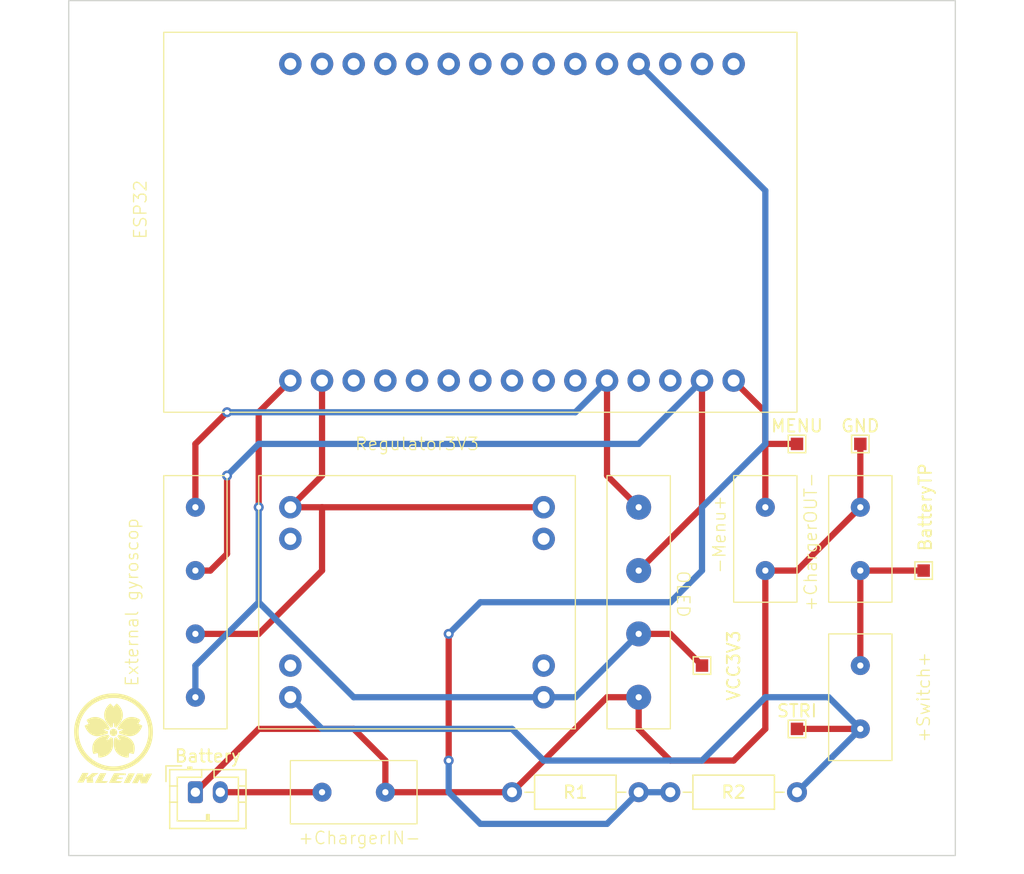
<source format=kicad_pcb>
(kicad_pcb (version 20221018) (generator pcbnew)
  (title_block (title "Gyroscopic controller - PCB") (rev "Dominik Klein"))
  (layers (0 "F.Cu" signal) (31 "B.Cu" signal) (34 "B.Paste" user) (35 "F.Paste" user) (36 "B.SilkS" user "B.Silkscreen") (37 "F.SilkS" user "F.Silkscreen") (38 "B.Mask" user) (39 "F.Mask" user) (44 "Edge.Cuts" user))
  (net 0 "")
  (net 1 "GND")
  (net 2 "VCC3V3")
  (net 11 "SDA")
  (net 14 "SCL")
  (net 15 "D23")
  (net 27 "D34")
  (net 30 "EN")
  (net 31 "STRI")
  (net 32 "CHI+")
  (net 33 "CHO+")
  (footprint "Gyroskopicke-pomucky:Tlacitko" (layer "F.Cu") (at 127 60.96 90)
    (fp_text reference "-Menu+" (at 0.358698 -3.688326 90 unlocked) (layer "F.SilkS") (effects (font (thickness 0.1))))
    (fp_text value "Conn_01x02_Pin")
    (fp_rect (start -5.08 -2.54) (end 5.08 2.54) (stroke (width 0.1)) (fill none) (layer "F.SilkS"))
    (pad "1" thru_hole circle (at -2.54 0 90) (size 1.524 1.524) (drill 0.5) (layers "*.Cu" "*.Mask") (net 1 "GND"))
    (pad "2" thru_hole circle (at 2.54 0 90) (size 1.524 1.524) (drill 0.5) (layers "*.Cu" "*.Mask") (net 15 "D23"))
  )
  (footprint "TestPoint:TestPoint_Pad_1.0x1.0mm" (layer "F.Cu") (at 129.54 53.34)
    (fp_text reference "MENU" (at 0 -1.448) (layer "F.SilkS"))
    (fp_text value "~")
    (fp_line (start -0.7 -0.7) (end 0.7 -0.7) (stroke (width 0.12)) (layer "F.SilkS"))
    (fp_line (start -0.7 0.7) (end -0.7 -0.7) (stroke (width 0.12)) (layer "F.SilkS"))
    (fp_line (start 0.7 -0.7) (end 0.7 0.7) (stroke (width 0.12)) (layer "F.SilkS"))
    (fp_line (start 0.7 0.7) (end -0.7 0.7) (stroke (width 0.12)) (layer "F.SilkS"))
    (pad "1" smd rect (at 0 0) (size 1 1) (layers "F.Cu" "F.Mask") (net 15 "D23"))
  )
  (footprint "TestPoint:TestPoint_Pad_1.0x1.0mm" (layer "F.Cu") (at 139.7 63.5)
    (fp_text reference "BatteryTP" (at 0.130232 -5.08 90) (layer "F.SilkS"))
    (fp_text value "~")
    (fp_line (start -0.7 -0.7) (end 0.7 -0.7) (stroke (width 0.12)) (layer "F.SilkS"))
    (fp_line (start -0.7 0.7) (end -0.7 -0.7) (stroke (width 0.12)) (layer "F.SilkS"))
    (fp_line (start 0.7 -0.7) (end 0.7 0.7) (stroke (width 0.12)) (layer "F.SilkS"))
    (fp_line (start 0.7 0.7) (end -0.7 0.7) (stroke (width 0.12)) (layer "F.SilkS"))
    (pad "1" smd rect (at 0 0) (size 1 1) (layers "F.Cu" "F.Mask") (net 33 "CHO+"))
  )
  (footprint "MountingHole:MountingHole_2.1mm" (layer "F.Cu") (at 139.7 83.82)
    (fp_text reference "REF**" hide)
    (fp_text value "MountingHole_2.1mm")
    (pad "" np_thru_hole circle (at 0 0) (size 2.1 2.1) (drill 2.1) (layers "F&B.Cu" "*.Mask"))
  )
  (footprint "MountingHole:MountingHole_2.1mm" (layer "F.Cu") (at 73.66 20.32)
    (fp_text reference "REF**" hide)
    (fp_text value "MountingHole_2.1mm")
    (pad "" np_thru_hole circle (at 0 0) (size 2.1 2.1) (drill 2.1) (layers "F&B.Cu" "*.Mask"))
  )
  (footprint "Resistor_THT:R_Axial_DIN0207_L6.3mm_D2.5mm_P10.16mm_Horizontal" (layer "F.Cu") (at 116.84 81.28 180)
    (fp_text reference "R1" (at 5.08 0) (layer "F.SilkS"))
    (fp_text value "110k")
    (fp_line (start 1.04 0) (end 1.81 0) (stroke (width 0.12)) (layer "F.SilkS"))
    (fp_line (start 1.81 -1.37) (end 1.81 1.37) (stroke (width 0.12)) (layer "F.SilkS"))
    (fp_line (start 1.81 1.37) (end 8.35 1.37) (stroke (width 0.12)) (layer "F.SilkS"))
    (fp_line (start 8.35 -1.37) (end 1.81 -1.37) (stroke (width 0.12)) (layer "F.SilkS"))
    (fp_line (start 8.35 1.37) (end 8.35 -1.37) (stroke (width 0.12)) (layer "F.SilkS"))
    (fp_line (start 9.12 0) (end 8.35 0) (stroke (width 0.12)) (layer "F.SilkS"))
    (pad "1" thru_hole circle (at 0 0 180) (size 1.6 1.6) (drill 0.8) (layers "*.Cu" "*.Mask") (net 27 "D34"))
    (pad "2" thru_hole oval (at 10.16 0 180) (size 1.6 1.6) (drill 0.8) (layers "*.Cu" "*.Mask") (net 1 "GND"))
  )
  (footprint "Gyroskopicke-pomucky:OLED" (layer "F.Cu") (at 116.84 66.04 -90)
    (fp_text reference "OLED" (at -0.65028 -3.574976 -90 unlocked) (layer "F.SilkS") (effects (font (thickness 0.1))))
    (fp_text value "Conn_01x04_Pin")
    (fp_rect (start -10.16 -2.54) (end 10.16 2.54) (stroke (width 0.1)) (fill none) (layer "F.SilkS"))
    (pad "1" thru_hole circle (at -7.62 0 270) (size 2 2) (drill 0.5) (layers "*.Cu" "*.Mask") (net 11 "SDA"))
    (pad "2" thru_hole circle (at -2.54 0 270) (size 2 2) (drill 0.5) (layers "*.Cu" "*.Mask") (net 14 "SCL"))
    (pad "3" thru_hole circle (at 2.54 0 270) (size 2 2) (drill 0.5) (layers "*.Cu" "*.Mask") (net 2 "VCC3V3"))
    (pad "4" thru_hole circle (at 7.62 0 270) (size 2 2) (drill 0.5) (layers "*.Cu" "*.Mask") (net 1 "GND"))
  )
  (footprint "TestPoint:TestPoint_Pad_1.0x1.0mm" (layer "F.Cu") (at 129.54 76.2)
    (fp_text reference "STRI" (at 0 -1.448) (layer "F.SilkS"))
    (fp_text value "~")
    (fp_line (start -0.7 -0.7) (end 0.7 -0.7) (stroke (width 0.12)) (layer "F.SilkS"))
    (fp_line (start -0.7 0.7) (end -0.7 -0.7) (stroke (width 0.12)) (layer "F.SilkS"))
    (fp_line (start 0.7 -0.7) (end 0.7 0.7) (stroke (width 0.12)) (layer "F.SilkS"))
    (fp_line (start 0.7 0.7) (end -0.7 0.7) (stroke (width 0.12)) (layer "F.SilkS"))
    (pad "1" smd rect (at 0 0) (size 1 1) (layers "F.Cu" "F.Mask") (net 31 "STRI"))
  )
  (footprint "Gyroskopicke-pomucky:ESP32_30Pin_Module" (layer "F.Cu") (at 111.76 30.48 90)
    (fp_text reference "ESP32" (at -4.062863 -34.897846 90 unlocked) (layer "F.SilkS") (effects (font (thickness 0.1))))
    (fp_text value "~")
    (fp_rect (start -20.32 -33.02) (end 10.16 17.78) (stroke (width 0.1)) (fill none) (layer "F.SilkS"))
    (pad "1" thru_hole circle (at -17.78 -22.86 90) (size 1.8 1.8) (drill 0.95) (layers "*.Cu" "*.Mask") (net 2 "VCC3V3"))
    (pad "2" thru_hole circle (at -17.78 -20.32 90) (size 1.8 1.8) (drill 0.95) (layers "*.Cu" "*.Mask") (net 1 "GND"))
    (pad "3" thru_hole circle (at -17.78 -17.78 90) (size 1.8 1.8) (drill 0.95) (layers "*.Cu" "*.Mask"))
    (pad "4" thru_hole circle (at -17.78 -15.24 90) (size 1.8 1.8) (drill 0.95) (layers "*.Cu" "*.Mask"))
    (pad "5" thru_hole circle (at -17.78 -12.7 90) (size 1.8 1.8) (drill 0.95) (layers "*.Cu" "*.Mask"))
    (pad "6" thru_hole circle (at -17.78 -10.16 90) (size 1.8 1.8) (drill 0.95) (layers "*.Cu" "*.Mask"))
    (pad "7" thru_hole circle (at -17.78 -7.62 90) (size 1.8 1.8) (drill 0.95) (layers "*.Cu" "*.Mask"))
    (pad "8" thru_hole circle (at -17.78 -5.08 90) (size 1.8 1.8) (drill 0.95) (layers "*.Cu" "*.Mask"))
    (pad "9" thru_hole circle (at -17.78 -2.54 90) (size 1.8 1.8) (drill 0.95) (layers "*.Cu" "*.Mask"))
    (pad "10" thru_hole circle (at -17.78 0 90) (size 1.8 1.8) (drill 0.95) (layers "*.Cu" "*.Mask"))
    (pad "11" thru_hole circle (at -17.78 2.54 90) (size 1.8 1.8) (drill 0.95) (layers "*.Cu" "*.Mask") (net 11 "SDA"))
    (pad "12" thru_hole circle (at -17.78 5.08 90) (size 1.8 1.8) (drill 0.95) (layers "*.Cu" "*.Mask"))
    (pad "13" thru_hole circle (at -17.78 7.62 90) (size 1.8 1.8) (drill 0.95) (layers "*.Cu" "*.Mask"))
    (pad "14" thru_hole circle (at -17.78 10.16 90) (size 1.8 1.8) (drill 0.95) (layers "*.Cu" "*.Mask") (net 14 "SCL"))
    (pad "15" thru_hole circle (at -17.78 12.7 90) (size 1.8 1.8) (drill 0.95) (layers "*.Cu" "*.Mask") (net 15 "D23"))
    (pad "16" thru_hole circle (at 7.62 -22.86 90) (size 1.8 1.8) (drill 0.95) (layers "*.Cu" "*.Mask"))
    (pad "17" thru_hole circle (at 7.62 -20.32 90) (size 1.8 1.8) (drill 0.95) (layers "*.Cu" "*.Mask"))
    (pad "18" thru_hole circle (at 7.62 -17.78 90) (size 1.8 1.8) (drill 0.95) (layers "*.Cu" "*.Mask"))
    (pad "19" thru_hole circle (at 7.62 -15.24 90) (size 1.8 1.8) (drill 0.95) (layers "*.Cu" "*.Mask"))
    (pad "20" thru_hole circle (at 7.62 -12.7 90) (size 1.8 1.8) (drill 0.95) (layers "*.Cu" "*.Mask"))
    (pad "21" thru_hole circle (at 7.62 -10.16 90) (size 1.8 1.8) (drill 0.95) (layers "*.Cu" "*.Mask"))
    (pad "22" thru_hole circle (at 7.62 -7.62 90) (size 1.8 1.8) (drill 0.95) (layers "*.Cu" "*.Mask"))
    (pad "23" thru_hole circle (at 7.62 -5.08 90) (size 1.8 1.8) (drill 0.95) (layers "*.Cu" "*.Mask"))
    (pad "24" thru_hole circle (at 7.62 -2.54 90) (size 1.8 1.8) (drill 0.95) (layers "*.Cu" "*.Mask"))
    (pad "25" thru_hole circle (at 7.62 0 90) (size 1.8 1.8) (drill 0.95) (layers "*.Cu" "*.Mask"))
    (pad "26" thru_hole circle (at 7.62 2.54 90) (size 1.8 1.8) (drill 0.95) (layers "*.Cu" "*.Mask"))
    (pad "27" thru_hole circle (at 7.62 5.08 90) (size 1.8 1.8) (drill 0.95) (layers "*.Cu" "*.Mask") (net 27 "D34"))
    (pad "28" thru_hole circle (at 7.62 7.62 90) (size 1.8 1.8) (drill 0.95) (layers "*.Cu" "*.Mask"))
    (pad "29" thru_hole circle (at 7.62 10.16 90) (size 1.8 1.8) (drill 0.95) (layers "*.Cu" "*.Mask"))
    (pad "30" thru_hole circle (at 7.62 12.7 90) (size 1.8 1.8) (drill 0.95) (layers "*.Cu" "*.Mask") (net 30 "EN"))
  )
  (footprint "Connector_JST:JST_PH_B2B-PH-K_1x02_P2.00mm_Vertical" (layer "F.Cu") (at 81.28 81.28)
    (fp_text reference "Battery" (at 1 -2.9) (layer "F.SilkS"))
    (fp_text value "Conn_01x02_Pin")
    (fp_line (start -2.36 -2.11) (end -2.36 -0.86) (stroke (width 0.12)) (layer "F.SilkS"))
    (fp_line (start -2.06 -1.81) (end -2.06 2.91) (stroke (width 0.12)) (layer "F.SilkS"))
    (fp_line (start -2.06 -0.5) (end -1.45 -0.5) (stroke (width 0.12)) (layer "F.SilkS"))
    (fp_line (start -2.06 0.8) (end -1.45 0.8) (stroke (width 0.12)) (layer "F.SilkS"))
    (fp_line (start -2.06 2.91) (end 4.06 2.91) (stroke (width 0.12)) (layer "F.SilkS"))
    (fp_line (start -1.45 -1.2) (end -1.45 2.3) (stroke (width 0.12)) (layer "F.SilkS"))
    (fp_line (start -1.45 2.3) (end 3.45 2.3) (stroke (width 0.12)) (layer "F.SilkS"))
    (fp_line (start -1.11 -2.11) (end -2.36 -2.11) (stroke (width 0.12)) (layer "F.SilkS"))
    (fp_line (start -0.6 -2.01) (end -0.6 -1.81) (stroke (width 0.12)) (layer "F.SilkS"))
    (fp_line (start -0.3 -2.01) (end -0.6 -2.01) (stroke (width 0.12)) (layer "F.SilkS"))
    (fp_line (start -0.3 -1.91) (end -0.6 -1.91) (stroke (width 0.12)) (layer "F.SilkS"))
    (fp_line (start -0.3 -1.81) (end -0.3 -2.01) (stroke (width 0.12)) (layer "F.SilkS"))
    (fp_line (start 0.5 -1.81) (end 0.5 -1.2) (stroke (width 0.12)) (layer "F.SilkS"))
    (fp_line (start 0.5 -1.2) (end -1.45 -1.2) (stroke (width 0.12)) (layer "F.SilkS"))
    (fp_line (start 0.9 1.8) (end 1.1 1.8) (stroke (width 0.12)) (layer "F.SilkS"))
    (fp_line (start 0.9 2.3) (end 0.9 1.8) (stroke (width 0.12)) (layer "F.SilkS"))
    (fp_line (start 1 2.3) (end 1 1.8) (stroke (width 0.12)) (layer "F.SilkS"))
    (fp_line (start 1.1 1.8) (end 1.1 2.3) (stroke (width 0.12)) (layer "F.SilkS"))
    (fp_line (start 1.5 -1.2) (end 1.5 -1.81) (stroke (width 0.12)) (layer "F.SilkS"))
    (fp_line (start 3.45 -1.2) (end 1.5 -1.2) (stroke (width 0.12)) (layer "F.SilkS"))
    (fp_line (start 3.45 2.3) (end 3.45 -1.2) (stroke (width 0.12)) (layer "F.SilkS"))
    (fp_line (start 4.06 -1.81) (end -2.06 -1.81) (stroke (width 0.12)) (layer "F.SilkS"))
    (fp_line (start 4.06 -0.5) (end 3.45 -0.5) (stroke (width 0.12)) (layer "F.SilkS"))
    (fp_line (start 4.06 0.8) (end 3.45 0.8) (stroke (width 0.12)) (layer "F.SilkS"))
    (fp_line (start 4.06 2.91) (end 4.06 -1.81) (stroke (width 0.12)) (layer "F.SilkS"))
    (pad "1" thru_hole roundrect (at 0 0) (size 1.2 1.75) (drill 0.75) (layers "*.Cu" "*.Mask") (roundrect_rratio 0.208333) (net 1 "GND"))
    (pad "2" thru_hole oval (at 2 0) (size 1.2 1.75) (drill 0.75) (layers "*.Cu" "*.Mask") (net 32 "CHI+"))
  )
  (footprint "Gyroskopicke-pomucky:Gyroskop-externi" (layer "F.Cu") (at 81.28 63.5 -90)
    (fp_text reference "External gyroscop" (at 2.54 5.08 90 unlocked) (layer "F.SilkS") (effects (font (thickness 0.1))))
    (fp_text value "Conn_01x04_Pin")
    (fp_rect (start -7.62 -2.54) (end 12.7 2.54) (stroke (width 0.1)) (fill none) (layer "F.SilkS"))
    (pad "1" thru_hole circle (at -5.08 0 270) (size 1.524 1.524) (drill 0.5) (layers "*.Cu" "*.Mask") (net 11 "SDA"))
    (pad "2" thru_hole circle (at 0 0 270) (size 1.524 1.524) (drill 0.5) (layers "*.Cu" "*.Mask") (net 14 "SCL"))
    (pad "3" thru_hole circle (at 5.08 0 270) (size 1.524 1.524) (drill 0.5) (layers "*.Cu" "*.Mask") (net 1 "GND"))
    (pad "4" thru_hole circle (at 10.16 0 270) (size 1.524 1.524) (drill 0.5) (layers "*.Cu" "*.Mask") (net 2 "VCC3V3"))
  )
  (footprint "Gyroskopicke-pomucky:Regulator" (layer "F.Cu") (at 99.06 66.04)
    (fp_text reference "Regulator3V3" (at 0 -12.7 unlocked) (layer "F.SilkS") (effects (font (thickness 0.1))))
    (fp_text value "~")
    (fp_rect (start -12.7 -10.16) (end 12.7 10.16) (stroke (width 0.1)) (fill none) (layer "F.SilkS"))
    (pad "1" thru_hole circle (at -10.16 -7.62) (size 1.8 1.8) (drill 0.95) (layers "*.Cu" "*.Mask") (net 1 "GND"))
    (pad "2" thru_hole circle (at -10.16 -5.08) (size 1.8 1.8) (drill 0.95) (layers "*.Cu" "*.Mask"))
    (pad "3" thru_hole circle (at -10.16 5.08) (size 1.8 1.8) (drill 0.95) (layers "*.Cu" "*.Mask"))
    (pad "4" thru_hole circle (at -10.16 7.62) (size 1.8 1.8) (drill 0.95) (layers "*.Cu" "*.Mask") (net 31 "STRI"))
    (pad "5" thru_hole circle (at 10.16 -7.62) (size 1.8 1.8) (drill 0.95) (layers "*.Cu" "*.Mask") (net 1 "GND"))
    (pad "6" thru_hole circle (at 10.16 -5.08) (size 1.8 1.8) (drill 0.95) (layers "*.Cu" "*.Mask"))
    (pad "7" thru_hole circle (at 10.16 5.08) (size 1.8 1.8) (drill 0.95) (layers "*.Cu" "*.Mask"))
    (pad "8" thru_hole circle (at 10.16 7.62) (size 1.8 1.8) (drill 0.95) (layers "*.Cu" "*.Mask") (net 2 "VCC3V3"))
  )
  (footprint "TestPoint:TestPoint_Pad_1.0x1.0mm" (layer "F.Cu") (at 121.92 71.12)
    (fp_text reference "VCC3V3" (at 2.54 0 90) (layer "F.SilkS"))
    (fp_text value "~")
    (fp_line (start -0.7 -0.7) (end 0.7 -0.7) (stroke (width 0.12)) (layer "F.SilkS"))
    (fp_line (start -0.7 0.7) (end -0.7 -0.7) (stroke (width 0.12)) (layer "F.SilkS"))
    (fp_line (start 0.7 -0.7) (end 0.7 0.7) (stroke (width 0.12)) (layer "F.SilkS"))
    (fp_line (start 0.7 0.7) (end -0.7 0.7) (stroke (width 0.12)) (layer "F.SilkS"))
    (pad "1" smd rect (at 0 0) (size 1 1) (layers "F.Cu" "F.Mask") (net 2 "VCC3V3"))
  )
  (footprint "MountingHole:MountingHole_2.1mm" (layer "F.Cu") (at 73.66 83.82)
    (fp_text reference "REF**" hide)
    (fp_text value "MountingHole_2.1mm")
    (pad "" np_thru_hole circle (at 0 0) (size 2.1 2.1) (drill 2.1) (layers "F&B.Cu" "*.Mask"))
  )
  (footprint "Resistor_THT:R_Axial_DIN0207_L6.3mm_D2.5mm_P10.16mm_Horizontal" (layer "F.Cu") (at 129.54 81.28 180)
    (fp_text reference "R2" (at 5.08 0) (layer "F.SilkS"))
    (fp_text value "220kΩ")
    (fp_line (start 1.04 0) (end 1.81 0) (stroke (width 0.12)) (layer "F.SilkS"))
    (fp_line (start 1.81 -1.37) (end 1.81 1.37) (stroke (width 0.12)) (layer "F.SilkS"))
    (fp_line (start 1.81 1.37) (end 8.35 1.37) (stroke (width 0.12)) (layer "F.SilkS"))
    (fp_line (start 8.35 -1.37) (end 1.81 -1.37) (stroke (width 0.12)) (layer "F.SilkS"))
    (fp_line (start 8.35 1.37) (end 8.35 -1.37) (stroke (width 0.12)) (layer "F.SilkS"))
    (fp_line (start 9.12 0) (end 8.35 0) (stroke (width 0.12)) (layer "F.SilkS"))
    (pad "1" thru_hole circle (at 0 0 180) (size 1.6 1.6) (drill 0.8) (layers "*.Cu" "*.Mask") (net 31 "STRI"))
    (pad "2" thru_hole oval (at 10.16 0 180) (size 1.6 1.6) (drill 0.8) (layers "*.Cu" "*.Mask") (net 27 "D34"))
  )
  (footprint "Gyroskopicke-pomucky:Tlacitko" (layer "F.Cu") (at 134.62 60.96 -90)
    (fp_text reference "+ChargerOUT-" (at 0.23817 3.979339 90 unlocked) (layer "F.SilkS") (effects (font (thickness 0.1))))
    (fp_text value "Conn_01x02_Pin")
    (fp_rect (start -5.08 -2.54) (end 5.08 2.54) (stroke (width 0.1)) (fill none) (layer "F.SilkS"))
    (pad "1" thru_hole circle (at -2.54 0 270) (size 1.524 1.524) (drill 0.5) (layers "*.Cu" "*.Mask") (net 1 "GND"))
    (pad "2" thru_hole circle (at 2.54 0 270) (size 1.524 1.524) (drill 0.5) (layers "*.Cu" "*.Mask") (net 33 "CHO+"))
  )
  (footprint "MountingHole:MountingHole_2.1mm" (layer "F.Cu") (at 139.7 20.32)
    (fp_text reference "REF**" hide)
    (fp_text value "MountingHole_2.1mm")
    (pad "" np_thru_hole circle (at 0 0) (size 2.1 2.1) (drill 2.1) (layers "F&B.Cu" "*.Mask"))
  )
  (footprint "Gyroskopicke-pomucky:logoKvet" (layer "F.Cu") (at 74.690656 76.984568)
    (fp_text reference "G***" hide)
    (fp_text value "LOGO" hide)
    (fp_poly (pts (xy 1.705761 2.816532) (xy 1.696019 2.833957) (xy 1.67754 2.86809) (xy 1.651594 2.916542) (xy 1.619455 2.976922) (xy 1.582394 3.046842) (xy 1.541682 3.123911) (xy 1.499167 3.204647) (xy 1.313528 3.557725) (xy 1.073053 3.557725) (xy 0.832577 3.557725) (xy 1.037796 3.169609) (xy 1.243015 2.781494) (xy 1.484865 2.781494) (xy 1.726716 2.781494)) (fill solid) (layer "F.SilkS"))
    (fp_poly (pts (xy -0.6404 2.924342) (xy -0.676129 2.99201) (xy -0.717438 3.07011) (xy -0.759773 3.15004) (xy -0.798581 3.2232) (xy -0.807338 3.239686) (xy -0.893262 3.4014) (xy -0.651283 3.404299) (xy -0.409303 3.407197) (xy -0.493043 3.482215) (xy -0.576783 3.557233) (xy -0.733107 3.554967) (xy -0.788898 3.554204) (xy -0.861009 3.553285) (xy -0.944196 3.552275) (xy -1.033219 3.551235) (xy -1.122834 3.550229) (xy -1.17651 3.549649) (xy -1.463589 3.546596) (xy -1.258462 3.158655) (xy -1.053335 2.770713) (xy -0.806361 2.770713) (xy -0.559387 2.770713)) (fill solid) (layer "F.SilkS"))
    (fp_poly (pts (xy 0.121776 -0.775164) (xy 0.154102 -0.761619) (xy 0.220357 -0.717873) (xy 0.27096 -0.659687) (xy 0.305011 -0.588349) (xy 0.319352 -0.525492) (xy 0.318079 -0.460496) (xy 0.298889 -0.394217) (xy 0.264519 -0.331572) (xy 0.217704 -0.277475) (xy 0.161181 -0.236844) (xy 0.157707 -0.235027) (xy 0.111098 -0.218767) (xy 0.053454 -0.20946) (xy -0.006317 -0.207692) (xy -0.059307 -0.214045) (xy -0.078184 -0.219566) (xy -0.145182 -0.255466) (xy -0.203148 -0.307925) (xy -0.247483 -0.372399) (xy -0.259716 -0.398897) (xy -0.269771 -0.441002) (xy -0.273176 -0.494491) (xy -0.270147 -0.550309) (xy -0.260899 -0.5994) (xy -0.254519 -0.617452) (xy -0.215263 -0.681799) (xy -0.161858 -0.732602) (xy -0.097879 -0.768601) (xy -0.026898 -0.788534) (xy 0.047511 -0.791142)) (fill solid) (layer "F.SilkS"))
    (fp_poly (pts (xy 2.414941 2.943209) (xy 2.428411 2.996792) (xy 2.440647 3.042001) (xy 2.450578 3.075127) (xy 2.457131 3.092461) (xy 2.45858 3.094142) (xy 2.465796 3.085127) (xy 2.481031 3.060292) (xy 2.502364 3.022952) (xy 2.527876 2.976422) (xy 2.541308 2.951294) (xy 2.617051 2.808446) (xy 2.865138 2.805555) (xy 3.113225 2.802664) (xy 2.907553 3.190976) (xy 2.70188 3.579287) (xy 2.456406 3.579287) (xy 2.210933 3.579287) (xy 2.200488 3.538858) (xy 2.193397 3.511327) (xy 2.182633 3.469432) (xy 2.169871 3.4197) (xy 2.161034 3.385229) (xy 2.148613 3.338426) (xy 2.137506 3.299595) (xy 2.129092 3.273378) (xy 2.125244 3.264627) (xy 2.118301 3.271151) (xy 2.103419 3.293919) (xy 2.082377 3.329927) (xy 2.056951 3.376171) (xy 2.037606 3.412811) (xy 1.956749 3.568397) (xy 1.734264 3.568451) (xy 1.511779 3.568506) (xy 1.716998 3.18039) (xy 1.922217 2.792275) (xy 2.150252 2.792275) (xy 2.378287 2.792275)) (fill solid) (layer "F.SilkS"))
    (fp_poly (pts (xy 0.326425 2.771025) (xy 0.409634 2.771897) (xy 0.502051 2.773237) (xy 0.597502 2.774949) (xy 0.689816 2.77694) (xy 0.725968 2.777832) (xy 1.002632 2.784951) (xy 1.002632 2.853299) (xy 1.002632 2.921647) (xy 0.7409 2.921647) (xy 0.479169 2.921647) (xy 0.433721 3.013285) (xy 0.388273 3.104923) (xy 0.582252 3.104923) (xy 0.64423 3.10527) (xy 0.698014 3.106232) (xy 0.740201 3.107694) (xy 0.767389 3.109541) (xy 0.776231 3.1115) (xy 0.771515 3.12366) (xy 0.759152 3.149218) (xy 0.741818 3.182642) (xy 0.741807 3.182663) (xy 0.707383 3.24725) (xy 0.512711 3.239574) (xy 0.318039 3.231899) (xy 0.271466 3.319345) (xy 0.224892 3.406791) (xy 0.476304 3.40726) (xy 0.727717 3.40773) (xy 0.646859 3.482509) (xy 0.566002 3.557288) (xy 0.398897 3.554995) (xy 0.33974 3.55422) (xy 0.26447 3.553289) (xy 0.178532 3.552267) (xy 0.087374 3.551218) (xy -0.003558 3.550207) (xy -0.055288 3.549649) (xy -0.342367 3.546596) (xy -0.13724 3.158655) (xy 0.067887 2.770713) (xy 0.258596 2.770713)) (fill solid) (layer "F.SilkS"))
    (fp_poly (pts (xy -2.065839 2.89967) (xy -2.099653 2.963287) (xy -2.124318 3.010268) (xy -2.140605 3.043119) (xy -2.149286 3.064347) (xy -2.151131 3.076459) (xy -2.146914 3.081962) (xy -2.137404 3.083364) (xy -2.123375 3.083171) (xy -2.122312 3.083162) (xy -2.108142 3.081152) (xy -2.090498 3.074261) (xy -2.06714 3.060988) (xy -2.035826 3.039829) (xy -1.994312 3.009279) (xy -1.940357 2.967837) (xy -1.881282 2.921538) (xy -1.676443 2.760113) (xy -1.424958 2.760023) (xy -1.173474 2.759932) (xy -1.338711 2.881561) (xy -1.396658 2.924234) (xy -1.454284 2.9667) (xy -1.50712 3.005667) (xy -1.550699 3.037838) (xy -1.576276 3.056752) (xy -1.609645 3.083256) (xy -1.634988 3.106793) (xy -1.648113 3.123348) (xy -1.649048 3.126486) (xy -1.647648 3.142165) (xy -1.643494 3.175226) (xy -1.637119 3.221744) (xy -1.629056 3.27779) (xy -1.622699 3.320544) (xy -1.613723 3.381177) (xy -1.606005 3.435272) (xy -1.600095 3.478828) (xy -1.59654 3.507841) (xy -1.595747 3.517296) (xy -1.597072 3.523247) (xy -1.60284 3.527802) (xy -1.615568 3.531146) (xy -1.637775 3.533463) (xy -1.671978 3.534938) (xy -1.720695 3.535757) (xy -1.786444 3.536102) (xy -1.852919 3.536163) (xy -2.110252 3.536163) (xy -2.116934 3.495734) (xy -2.121034 3.459592) (xy -2.123463 3.416371) (xy -2.123735 3.400287) (xy -2.125035 3.357361) (xy -2.128237 3.307197) (xy -2.130835 3.278475) (xy -2.137816 3.211682) (xy -2.185878 3.214903) (xy -2.23394 3.218124) (xy -2.315282 3.371753) (xy -2.396625 3.525382) (xy -2.641744 3.525382) (xy -2.886863 3.525382) (xy -2.681644 3.137266) (xy -2.476425 2.749151) (xy -2.231164 2.749151) (xy -1.985903 2.749151)) (fill solid) (layer "F.SilkS"))
    (fp_poly (pts (xy 0.333472 -2.776646) (xy 0.382193 -2.735998) (xy 0.436755 -2.682522) (xy 0.491934 -2.621896) (xy 0.542505 -2.559797) (xy 0.575928 -2.513182) (xy 0.657842 -2.37293) (xy 0.718366 -2.231364) (xy 0.75749 -2.088941) (xy 0.775203 -1.946117) (xy 0.771496 -1.803351) (xy 0.746359 -1.6611) (xy 0.699782 -1.51982) (xy 0.631754 -1.379968) (xy 0.60203 -1.33009) (xy 0.560475 -1.267977) (xy 0.507712 -1.195743) (xy 0.447764 -1.11853) (xy 0.384655 -1.04148) (xy 0.322408 -0.969733) (xy 0.305119 -0.950682) (xy 0.242572 -0.88256) (xy 0.188667 -0.904045) (xy 0.152136 -0.917641) (xy 0.119355 -0.928249) (xy 0.106771 -0.931528) (xy 0.094849 -0.934786) (xy 0.086676 -0.941036) (xy 0.08126 -0.954074) (xy 0.077606 -0.977694) (xy 0.074725 -1.01569) (xy 0.072018 -1.064412) (xy 0.066405 -1.144114) (xy 0.059014 -1.203414) (xy 0.049588 -1.24342) (xy 0.037868 -1.265236) (xy 0.024026 -1.270059) (xy 0.007891 -1.256187) (xy -0.005914 -1.221892) (xy -0.017133 -1.168217) (xy -0.025512 -1.096201) (xy -0.028386 -1.056467) (xy -0.035331 -0.942117) (xy -0.101218 -0.920348) (xy -0.138594 -0.907677) (xy -0.169487 -0.896631) (xy -0.185036 -0.890515) (xy -0.195771 -0.891044) (xy -0.212248 -0.901503) (xy -0.236464 -0.923692) (xy -0.270415 -0.959413) (xy -0.30851 -1.00186) (xy -0.419074 -1.13356) (xy -0.511138 -1.258064) (xy -0.585734 -1.37731) (xy -0.643893 -1.493235) (xy -0.686647 -1.607776) (xy -0.715028 -1.722871) (xy -0.724326 -1.782613) (xy -0.730719 -1.916678) (xy -0.717338 -2.053386) (xy -0.685298 -2.190043) (xy -0.635716 -2.323955) (xy -0.569709 -2.452428) (xy -0.488393 -2.572769) (xy -0.392884 -2.682283) (xy -0.325586 -2.744798) (xy -0.29007 -2.774195) (xy -0.260056 -2.797364) (xy -0.239626 -2.811242) (xy -0.233576 -2.813837) (xy -0.221659 -2.806408) (xy -0.198469 -2.786286) (xy -0.16725 -2.756718) (xy -0.131249 -2.72095) (xy -0.093713 -2.682231) (xy -0.057886 -2.643806) (xy -0.027014 -2.608924) (xy -0.018034 -2.598218) (xy 0.021906 -2.549703) (xy 0.049709 -2.582046) (xy 0.114987 -2.656919) (xy 0.167915 -2.715254) (xy 0.209128 -2.757726) (xy 0.23926 -2.785013) (xy 0.242938 -2.787895) (xy 0.279823 -2.816028)) (fill solid) (layer "F.SilkS"))
    (fp_poly (pts (xy -1.328379 -1.734141) (xy -1.186046 -1.707877) (xy -1.048102 -1.661726) (xy -0.915932 -1.595994) (xy -0.790924 -1.510986) (xy -0.674463 -1.407008) (xy -0.621502 -1.349873) (xy -0.576615 -1.294383) (xy -0.52579 -1.224876) (xy -0.472574 -1.146698) (xy -0.420512 -1.065198) (xy -0.37315 -0.985722) (xy -0.340457 -0.926097) (xy -0.287408 -0.824361) (xy -0.326705 -0.772879) (xy -0.349699 -0.741984) (xy -0.36815 -0.715819) (xy -0.375987 -0.703555) (xy -0.382445 -0.695693) (xy -0.393228 -0.692872) (xy -0.412604 -0.695571) (xy -0.444845 -0.704275) (xy -0.481377 -0.71545) (xy -0.548528 -0.734525) (xy -0.612126 -0.749175) (xy -0.668585 -0.758872) (xy -0.714317 -0.763086) (xy -0.745736 -0.761289) (xy -0.75733 -0.756134) (xy -0.764105 -0.743068) (xy -0.753616 -0.729187) (xy -0.749278 -0.725692) (xy -0.721982 -0.70846) (xy -0.680191 -0.686646) (xy -0.629728 -0.662887) (xy -0.576415 -0.639822) (xy -0.526075 -0.620087) (xy -0.487854 -0.607274) (xy -0.420488 -0.587564) (xy -0.420551 -0.501316) (xy -0.420614 -0.415068) (xy -0.649632 -0.336985) (xy -0.755477 -0.301576) (xy -0.8452 -0.273245) (xy -0.922676 -0.251004) (xy -0.99178 -0.233869) (xy -1.056388 -0.220851) (xy -1.120374 -0.210967) (xy -1.166617 -0.20541) (xy -1.233093 -0.198961) (xy -1.285838 -0.196077) (xy -1.33239 -0.196778) (xy -1.380287 -0.201083) (xy -1.41728 -0.20605) (xy -1.555966 -0.236866) (xy -1.686857 -0.287438) (xy -1.8093 -0.357178) (xy -1.922645 -0.4455) (xy -2.026238 -0.551815) (xy -2.119428 -0.675536) (xy -2.201564 -0.816075) (xy -2.271992 -0.972845) (xy -2.274247 -0.978644) (xy -2.296248 -1.035514) (xy -2.246296 -1.067193) (xy -2.213895 -1.085144) (xy -2.168664 -1.106866) (xy -2.118075 -1.128865) (xy -2.092717 -1.139026) (xy -2.048604 -1.156467) (xy -2.01204 -1.171573) (xy -1.987712 -1.182369) (xy -1.980507 -1.186277) (xy -1.982061 -1.197876) (xy -1.993327 -1.22314) (xy -2.012206 -1.257693) (xy -2.02481 -1.278645) (xy -2.066591 -1.348223) (xy -2.098679 -1.406374) (xy -2.120268 -1.451463) (xy -2.130555 -1.48186) (xy -2.130645 -1.493404) (xy -2.117505 -1.508808) (xy -2.089344 -1.531186) (xy -2.05039 -1.557794) (xy -2.004868 -1.585887) (xy -1.957004 -1.612717) (xy -1.913865 -1.634236) (xy -1.767843 -1.690567) (xy -1.620663 -1.725791) (xy -1.473713 -1.740214)) (fill solid) (layer "F.SilkS"))
    (fp_poly (pts (xy 1.61737 -1.72948) (xy 1.749277 -1.706146) (xy 1.874573 -1.668621) (xy 1.989718 -1.618087) (xy 2.091178 -1.555725) (xy 2.138065 -1.518394) (xy 2.179228 -1.482386) (xy 2.125593 -1.383948) (xy 2.099354 -1.336751) (xy 2.07323 -1.291381) (xy 2.051159 -1.254609) (xy 2.04228 -1.240664) (xy 2.024971 -1.211286) (xy 2.022251 -1.192264) (xy 2.036177 -1.178841) (xy 2.068803 -1.166262) (xy 2.07534 -1.164185) (xy 2.110092 -1.151609) (xy 2.153336 -1.133584) (xy 2.200191 -1.112442) (xy 2.24578 -1.090519) (xy 2.285225 -1.070146) (xy 2.313647 -1.053658) (xy 2.325382 -1.044581) (xy 2.327956 -1.026071) (xy 2.320388 -0.992582) (xy 2.304215 -0.94726) (xy 2.280975 -0.893252) (xy 2.252204 -0.833704) (xy 2.219439 -0.771762) (xy 2.184218 -0.710573) (xy 2.148078 -0.653284) (xy 2.112555 -0.603039) (xy 2.104748 -0.592954) (xy 2.003988 -0.480968) (xy 1.89304 -0.386544) (xy 1.773368 -0.310336) (xy 1.646435 -0.252997) (xy 1.513703 -0.215183) (xy 1.376636 -0.197545) (xy 1.236697 -0.200739) (xy 1.229032 -0.201523) (xy 1.115842 -0.218768) (xy 0.985432 -0.248266) (xy 0.837642 -0.290056) (xy 0.705241 -0.332891) (xy 0.637178 -0.356311) (xy 0.576527 -0.37781) (xy 0.526083 -0.396344) (xy 0.488643 -0.410871) (xy 0.467002 -0.420347) (xy 0.462734 -0.423348) (xy 0.463149 -0.437317) (xy 0.463452 -0.466752) (xy 0.463581 -0.505558) (xy 0.463582 -0.509622) (xy 0.463582 -0.588004) (xy 0.543617 -0.612848) (xy 0.593271 -0.6301) (xy 0.645237 -0.651239) (xy 0.695594 -0.674285) (xy 0.740422 -0.697259) (xy 0.7758 -0.718183) (xy 0.797809 -0.735077) (xy 0.803183 -0.743888) (xy 0.793405 -0.754033) (xy 0.766641 -0.758905) (xy 0.726744 -0.75876) (xy 0.67757 -0.753854) (xy 0.622973 -0.744443) (xy 0.566807 -0.730783) (xy 0.555221 -0.727413) (xy 0.510915 -0.714138) (xy 0.473346 -0.702908) (xy 0.44809 -0.695388) (xy 0.441866 -0.693553) (xy 0.426017 -0.699813) (xy 0.401929 -0.724581) (xy 0.377904 -0.756344) (xy 0.330269 -0.82389) (xy 0.387459 -0.932128) (xy 0.484268 -1.099713) (xy 0.587559 -1.248551) (xy 0.696897 -1.378195) (xy 0.811843 -1.488203) (xy 0.931962 -1.578128) (xy 1.056818 -1.647527) (xy 1.113123 -1.671438) (xy 1.208676 -1.703702) (xy 1.301094 -1.724418) (xy 1.398843 -1.735102) (xy 1.482386 -1.737442)) (fill solid) (layer "F.SilkS"))
    (fp_poly (pts (xy 0.481021 -0.308557) (xy 0.52539 -0.30329) (xy 0.563672 -0.298263) (xy 0.755722 -0.265202) (xy 0.930949 -0.219523) (xy 1.089176 -0.161311) (xy 1.230222 -0.090647) (xy 1.353908 -0.007614) (xy 1.460055 0.087703) (xy 1.504552 0.137587) (xy 1.551679 0.202731) (xy 1.598275 0.281781) (xy 1.640598 0.367323) (xy 1.674905 0.451941) (xy 1.693581 0.512097) (xy 1.710186 0.598038) (xy 1.720094 0.696452) (xy 1.723022 0.799224) (xy 1.718685 0.89824) (xy 1.709621 0.970288) (xy 1.695019 1.045641) (xy 1.679345 1.111439) (xy 1.663449 1.164918) (xy 1.648184 1.203316) (xy 1.6344 1.223871) (xy 1.630803 1.226099) (xy 1.614759 1.225905) (xy 1.581866 1.221001) (xy 1.536136 1.212134) (xy 1.481578 1.200054) (xy 1.447626 1.191909) (xy 1.391077 1.178253) (xy 1.342346 1.16704) (xy 1.305051 1.159057) (xy 1.282813 1.155093) (xy 1.278179 1.154993) (xy 1.275582 1.166545) (xy 1.270996 1.195538) (xy 1.264998 1.238005) (xy 1.258165 1.289978) (xy 1.2558 1.30874) (xy 1.24702 1.379849) (xy 1.239981 1.432441) (xy 1.233218 1.469321) (xy 1.225268 1.493294) (xy 1.214664 1.507167) (xy 1.199944 1.513743) (xy 1.179642 1.515829) (xy 1.152293 1.51623) (xy 1.147434 1.516319) (xy 1.097404 1.515722) (xy 1.045216 1.512532) (xy 1.01193 1.508772) (xy 0.920142 1.490991) (xy 0.822755 1.465358) (xy 0.731222 1.435025) (xy 0.701042 1.423204) (xy 0.559108 1.354622) (xy 0.434359 1.273015) (xy 0.326791 1.17838) (xy 0.236398 1.070711) (xy 0.163178 0.950002) (xy 0.107126 0.816248) (xy 0.068238 0.669445) (xy 0.053437 0.57745) (xy 0.048217 0.515016) (xy 0.045727 0.437093) (xy 0.045817 0.349559) (xy 0.048335 0.258293) (xy 0.053128 0.169174) (xy 0.060044 0.088081) (xy 0.067617 0.028975) (xy 0.080857 -0.055251) (xy 0.160933 -0.082126) (xy 0.241009 -0.109001) (xy 0.349601 -0.001775) (xy 0.390819 0.038119) (xy 0.428536 0.073151) (xy 0.459208 0.100133) (xy 0.479292 0.115878) (xy 0.482609 0.117876) (xy 0.50356 0.123491) (xy 0.512288 0.113809) (xy 0.50956 0.090742) (xy 0.496141 0.056202) (xy 0.472798 0.012103) (xy 0.440298 -0.039644) (xy 0.399408 -0.097126) (xy 0.393089 -0.10548) (xy 0.334085 -0.182926) (xy 0.371606 -0.23208) (xy 0.394108 -0.262352) (xy 0.412005 -0.287838) (xy 0.418926 -0.298747) (xy 0.424558 -0.305806) (xy 0.434312 -0.309803) (xy 0.451898 -0.310724)) (fill solid) (layer "F.SilkS"))
    (fp_poly (pts (xy -0.389202 -0.308641) (xy -0.377989 -0.301579) (xy -0.370554 -0.290075) (xy -0.36912 -0.287023) (xy -0.354758 -0.263078) (xy -0.332639 -0.233544) (xy -0.323809 -0.22309) (xy -0.290175 -0.184783) (xy -0.348106 -0.109805) (xy -0.386265 -0.057317) (xy -0.419211 -0.006092) (xy -0.445251 0.040605) (xy -0.462692 0.079508) (xy -0.469841 0.107353) (xy -0.467002 0.119483) (xy -0.456251 0.124326) (xy -0.440587 0.120046) (xy -0.418129 0.105194) (xy -0.386995 0.078321) (xy -0.345306 0.037978) (xy -0.295987 -0.012307) (xy -0.198469 -0.113201) (xy -0.139663 -0.089275) (xy -0.103493 -0.07606) (xy -0.072276 -0.067228) (xy -0.057813 -0.065017) (xy -0.047195 -0.06311) (xy -0.039453 -0.055209) (xy -0.03329 -0.037509) (xy -0.027411 -0.006203) (xy -0.020519 0.042515) (xy -0.020079 0.045819) (xy -0.012956 0.115823) (xy -0.008169 0.197663) (xy -0.005675 0.286562) (xy -0.005431 0.377741) (xy -0.007392 0.466423) (xy -0.011515 0.54783) (xy -0.017756 0.617183) (xy -0.025791 0.668421) (xy -0.06223 0.804775) (xy -0.110232 0.925404) (xy -0.171562 1.033789) (xy -0.247987 1.133412) (xy -0.278505 1.166725) (xy -0.38862 1.266832) (xy -0.512365 1.350775) (xy -0.650098 1.418735) (xy -0.802179 1.470891) (xy -0.950906 1.504346) (xy -1.006508 1.512501) (xy -1.061074 1.517661) (xy -1.110162 1.519714) (xy -1.149327 1.51855) (xy -1.174125 1.514057) (xy -1.180053 1.51009) (xy -1.184221 1.495266) (xy -1.190289 1.463411) (xy -1.197594 1.418899) (xy -1.205472 1.366107) (xy -1.213258 1.309411) (xy -1.220288 1.253189) (xy -1.223927 1.220946) (xy -1.228989 1.186075) (xy -1.235052 1.161728) (xy -1.240262 1.153565) (xy -1.253464 1.156016) (xy -1.283642 1.162757) (xy -1.326845 1.172874) (xy -1.379125 1.185452) (xy -1.403047 1.191299) (xy -1.458913 1.204721) (xy -1.508308 1.216039) (xy -1.54698 1.22432) (xy -1.570678 1.228629) (xy -1.574982 1.229032) (xy -1.588365 1.222939) (xy -1.601813 1.203351) (xy -1.61613 1.168302) (xy -1.632125 1.115827) (xy -1.650165 1.045755) (xy -1.666081 0.958037) (xy -1.675053 0.858736) (xy -1.677058 0.754996) (xy -1.672072 0.653959) (xy -1.660071 0.562767) (xy -1.65192 0.525019) (xy -1.606753 0.387331) (xy -1.543494 0.261178) (xy -1.462375 0.146733) (xy -1.363627 0.044167) (xy -1.247481 -0.046349) (xy -1.11417 -0.124644) (xy -0.963925 -0.190546) (xy -0.796977 -0.243884) (xy -0.613559 -0.284486) (xy -0.541815 -0.29621) (xy -0.480499 -0.305048) (xy -0.436957 -0.31019) (xy -0.407691 -0.31145)) (fill solid) (layer "F.SilkS"))
    (fp_poly (pts (xy 0.132399 -3.632346) (xy 0.229522 -3.629954) (xy 0.314442 -3.625641) (xy 0.357326 -3.6221) (xy 0.615232 -3.585834) (xy 0.868534 -3.529035) (xy 1.115836 -3.452287) (xy 1.355743 -3.356172) (xy 1.586859 -3.241275) (xy 1.807787 -3.108177) (xy 2.017134 -2.957463) (xy 2.091511 -2.89724) (xy 2.280896 -2.725171) (xy 2.453745 -2.539626) (xy 2.609553 -2.341551) (xy 2.747812 -2.131892) (xy 2.868016 -1.911595) (xy 2.96966 -1.681605) (xy 3.052236 -1.442867) (xy 3.115239 -1.196329) (xy 3.158162 -0.942935) (xy 3.164027 -0.893906) (xy 3.170997 -0.81337) (xy 3.175994 -0.717956) (xy 3.178968 -0.613672) (xy 3.179872 -0.506526) (xy 3.178658 -0.402526) (xy 3.175277 -0.30768) (xy 3.169682 -0.227997) (xy 3.169376 -0.224848) (xy 3.133372 0.032827) (xy 3.076989 0.283602) (xy 3.000426 0.527012) (xy 2.903882 0.762593) (xy 2.787557 0.989879) (xy 2.65165 1.208407) (xy 2.496361 1.417711) (xy 2.429947 1.497485) (xy 2.255611 1.683968) (xy 2.066854 1.854925) (xy 1.864845 2.009724) (xy 1.650757 2.147732) (xy 1.425757 2.268316) (xy 1.191018 2.370845) (xy 0.94771 2.454686) (xy 0.697002 2.519207) (xy 0.462279 2.560756) (xy 0.405273 2.566931) (xy 0.331554 2.572262) (xy 0.24583 2.576643) (xy 0.152809 2.579972) (xy 0.057198 2.582146) (xy -0.036295 2.58306) (xy -0.122962 2.58261) (xy -0.198096 2.580695) (xy -0.256988 2.577209) (xy -0.262562 2.576697) (xy -0.518464 2.542294) (xy -0.766581 2.488815) (xy -1.009313 2.415578) (xy -1.249054 2.3219) (xy -1.396137 2.253797) (xy -1.622508 2.131089) (xy -1.836257 1.991555) (xy -2.036613 1.836191) (xy -2.222806 1.665993) (xy -2.394064 1.481957) (xy -2.549618 1.285079) (xy -2.688695 1.076354) (xy -2.810525 0.856779) (xy -2.914337 0.627348) (xy -2.999361 0.389058) (xy -3.064826 0.142905) (xy -3.077821 0.081376) (xy -3.105471 -0.084683) (xy -3.124954 -0.262788) (xy -3.135907 -0.445788) (xy -3.136899 -0.532929) (xy -2.781494 -0.532929) (xy -2.771111 -0.29327) (xy -2.7405 -0.05921) (xy -2.690465 0.168394) (xy -2.621815 0.388685) (xy -2.535353 0.600804) (xy -2.431886 0.803893) (xy -2.312221 0.997094) (xy -2.177162 1.179549) (xy -2.027516 1.350401) (xy -1.864089 1.508792) (xy -1.687687 1.653863) (xy -1.499116 1.784757) (xy -1.299181 1.900616) (xy -1.088688 2.000581) (xy -0.868444 2.083796) (xy -0.639254 2.149401) (xy -0.401924 2.19654) (xy -0.194058 2.221475) (xy -0.113402 2.225813) (xy -0.017666 2.226982) (xy 0.086937 2.225206) (xy 0.194192 2.22071) (xy 0.297887 2.213718) (xy 0.391809 2.204453) (xy 0.434829 2.198796) (xy 0.599837 2.170873) (xy 0.751722 2.136575) (xy 0.898506 2.093743) (xy 1.048211 2.040218) (xy 1.099661 2.019824) (xy 1.306695 1.926848) (xy 1.499737 1.820761) (xy 1.681903 1.699481) (xy 1.85631 1.560927) (xy 2.026073 1.403016) (xy 2.032308 1.396772) (xy 2.196331 1.217196) (xy 2.342091 1.026262) (xy 2.469385 0.824391) (xy 2.57801 0.612002) (xy 2.667765 0.389517) (xy 2.738445 0.157356) (xy 2.78985 -0.084061) (xy 2.809209 -0.21562) (xy 2.816432 -0.294091) (xy 2.820905 -0.387965) (xy 2.822711 -0.491703) (xy 2.821933 -0.599771) (xy 2.818653 -0.706632) (xy 2.812952 -0.806749) (xy 2.804914 -0.894586) (xy 2.798408 -0.942886) (xy 2.749678 -1.183822) (xy 2.681628 -1.415434) (xy 2.594442 -1.637353) (xy 2.488302 -1.849212) (xy 2.363391 -2.050642) (xy 2.219892 -2.241276) (xy 2.070197 -2.408265) (xy 1.891143 -2.578822) (xy 1.70433 -2.729814) (xy 1.508834 -2.861711) (xy 1.303729 -2.974982) (xy 1.088091 -3.070098) (xy 0.860998 -3.147528) (xy 0.621523 -3.207741) (xy 0.428531 -3.242605) (xy 0.361219 -3.250359) (xy 0.277197 -3.25616) (xy 0.181182 -3.260013) (xy 0.077892 -3.261922) (xy -0.027957 -3.261894) (xy -0.131646 -3.259933) (xy -0.228458 -3.256045) (xy -0.313677 -3.250236) (xy -0.382584 -3.24251) (xy -0.388115 -3.241676) (xy -0.640961 -3.192537) (xy -0.882823 -3.125382) (xy -1.113252 -3.040488) (xy -1.331797 -2.938132) (xy -1.538011 -2.818591) (xy -1.731444 -2.682144) (xy -1.911646 -2.529066) (xy -2.078169 -2.359634) (xy -2.230563 -2.174127) (xy -2.317796 -2.051099) (xy -2.445464 -1.841646) (xy -2.552858 -1.62511) (xy -2.639826 -1.401988) (xy -2.706216 -1.172778) (xy -2.751875 -0.937978) (xy -2.776651 -0.698086) (xy -2.781494 -0.532929) (xy -3.136899 -0.532929) (xy -3.137964 -0.626531) (xy -3.130762 -0.797866) (xy -3.125632 -0.857911) (xy -3.090392 -1.10653) (xy -3.034754 -1.349998) (xy -2.959507 -1.58717) (xy -2.865439 -1.816904) (xy -2.753339 -2.038056) (xy -2.623996 -2.249482) (xy -2.478197 -2.450038) (xy -2.316731 -2.638582) (xy -2.140388 -2.81397) (xy -1.949954 -2.975058) (xy -1.74622 -3.120702) (xy -1.529973 -3.249759) (xy -1.446326 -3.293389) (xy -1.257176 -3.381704) (xy -1.070185 -3.455054) (xy -0.880585 -3.514835) (xy -0.683613 -3.562438) (xy -0.474501 -3.599258) (xy -0.339667 -3.616934) (xy -0.265782 -3.623527) (xy -0.176016 -3.628407) (xy -0.075986 -3.631531) (xy 0.028691 -3.632858)) (fill solid) (layer "F.SilkS"))
  )
  (footprint "Gyroskopicke-pomucky:Tlacitko" (layer "F.Cu") (at 134.62 73.66 90)
    (fp_text reference "+Switch+" (at 0 5.08 90 unlocked) (layer "F.SilkS") (effects (font (thickness 0.1))))
    (fp_text value "Conn_01x02_Pin")
    (fp_rect (start -5.08 -2.54) (end 5.08 2.54) (stroke (width 0.1)) (fill none) (layer "F.SilkS"))
    (pad "1" thru_hole circle (at -2.54 0 90) (size 1.524 1.524) (drill 0.5) (layers "*.Cu" "*.Mask") (net 31 "STRI"))
    (pad "2" thru_hole circle (at 2.54 0 90) (size 1.524 1.524) (drill 0.5) (layers "*.Cu" "*.Mask") (net 33 "CHO+"))
  )
  (footprint "TestPoint:TestPoint_Pad_1.0x1.0mm" (layer "F.Cu") (at 134.62 53.34)
    (fp_text reference "GND" (at 0 -1.448) (layer "F.SilkS"))
    (fp_text value "~")
    (fp_line (start -0.7 -0.7) (end 0.7 -0.7) (stroke (width 0.12)) (layer "F.SilkS"))
    (fp_line (start -0.7 0.7) (end -0.7 -0.7) (stroke (width 0.12)) (layer "F.SilkS"))
    (fp_line (start 0.7 -0.7) (end 0.7 0.7) (stroke (width 0.12)) (layer "F.SilkS"))
    (fp_line (start 0.7 0.7) (end -0.7 0.7) (stroke (width 0.12)) (layer "F.SilkS"))
    (pad "1" smd rect (at 0 0) (size 1 1) (layers "F.Cu" "F.Mask") (net 1 "GND"))
  )
  (footprint "Gyroskopicke-pomucky:Tlacitko" (layer "F.Cu") (at 93.98 81.28 180)
    (fp_text reference "+ChargerIN-" (at -0.462485 -3.668447 unlocked) (layer "F.SilkS") (effects (font (thickness 0.1))))
    (fp_text value "Conn_01x02_Pin")
    (fp_rect (start -5.08 -2.54) (end 5.08 2.54) (stroke (width 0.1)) (fill none) (layer "F.SilkS"))
    (pad "1" thru_hole circle (at -2.54 0 180) (size 1.524 1.524) (drill 0.5) (layers "*.Cu" "*.Mask") (net 1 "GND"))
    (pad "2" thru_hole circle (at 2.54 0 180) (size 1.524 1.524) (drill 0.5) (layers "*.Cu" "*.Mask") (net 32 "CHI+"))
  )
  (gr_rect (start 71.12 17.78) (end 142.24 86.36) (stroke (width 0.1)) (fill none) (layer "Edge.Cuts"))
  (segment (start 124.46 78.74) (end 119.38 78.74) (width 0.5) (layer "F.Cu") (net 1))
  (segment (start 91.44 55.88) (end 91.44 48.26) (width 0.5) (layer "F.Cu") (net 1))
  (segment (start 134.62 58.42) (end 129.54 63.5) (width 0.5) (layer "F.Cu") (net 1))
  (segment (start 91.44 58.42) (end 109.22 58.42) (width 0.5) (layer "F.Cu") (net 1))
  (segment (start 106.68 81.28) (end 96.52 81.28) (width 0.5) (layer "F.Cu") (net 1))
  (segment (start 127 76.2) (end 124.46 78.74) (width 0.5) (layer "F.Cu") (net 1))
  (segment (start 88.9 58.42) (end 91.44 55.88) (width 0.5) (layer "F.Cu") (net 1))
  (segment (start 81.28 81.28) (end 86.36 76.2) (width 0.5) (layer "F.Cu") (net 1))
  (segment (start 88.9 58.42) (end 91.44 58.42) (width 0.5) (layer "F.Cu") (net 1))
  (segment (start 127 63.5) (end 127 76.2) (width 0.5) (layer "F.Cu") (net 1))
  (segment (start 96.52 78.74) (end 96.52 81.28) (width 0.5) (layer "F.Cu") (net 1))
  (segment (start 86.36 76.2) (end 93.98 76.2) (width 0.5) (layer "F.Cu") (net 1))
  (segment (start 81.28 68.58) (end 86.36 68.58) (width 0.5) (layer "F.Cu") (net 1))
  (segment (start 93.98 76.2) (end 96.52 78.74) (width 0.5) (layer "F.Cu") (net 1))
  (segment (start 86.36 68.58) (end 91.44 63.5) (width 0.5) (layer "F.Cu") (net 1))
  (segment (start 91.44 63.5) (end 91.44 58.42) (width 0.5) (layer "F.Cu") (net 1))
  (segment (start 134.62 53.34) (end 134.62 58.42) (width 0.5) (layer "F.Cu") (net 1))
  (segment (start 116.84 76.2) (end 116.84 73.66) (width 0.5) (layer "F.Cu") (net 1))
  (segment (start 116.84 73.66) (end 114.3 73.66) (width 0.5) (layer "F.Cu") (net 1))
  (segment (start 114.3 73.66) (end 106.68 81.28) (width 0.5) (layer "F.Cu") (net 1))
  (segment (start 129.54 63.5) (end 127 63.5) (width 0.5) (layer "F.Cu") (net 1))
  (segment (start 119.38 78.74) (end 116.84 76.2) (width 0.5) (layer "F.Cu") (net 1))
  (segment (start 86.36 50.8) (end 86.36 58.42) (width 0.5) (layer "F.Cu") (net 2))
  (segment (start 119.38 68.58) (end 121.92 71.12) (width 0.5) (layer "F.Cu") (net 2))
  (segment (start 88.9 48.26) (end 86.36 50.8) (width 0.5) (layer "F.Cu") (net 2))
  (segment (start 116.84 68.58) (end 119.38 68.58) (width 0.5) (layer "F.Cu") (net 2))
  (via (at 86.36 58.42) (size 0.8) (drill 0.4) (layers "F.Cu" "B.Cu") (net 2))
  (segment (start 81.28 73.66) (end 81.28 71.12) (width 0.5) (layer "B.Cu") (net 2))
  (segment (start 81.28 71.12) (end 86.36 66.04) (width 0.5) (layer "B.Cu") (net 2))
  (segment (start 86.36 58.42) (end 86.36 66.04) (width 0.5) (layer "B.Cu") (net 2))
  (segment (start 111.76 73.66) (end 116.84 68.58) (width 0.5) (layer "B.Cu") (net 2))
  (segment (start 93.98 73.66) (end 86.36 66.04) (width 0.5) (layer "B.Cu") (net 2))
  (segment (start 109.22 73.66) (end 111.76 73.66) (width 0.5) (layer "B.Cu") (net 2))
  (segment (start 109.22 73.66) (end 93.98 73.66) (width 0.5) (layer "B.Cu") (net 2))
  (segment (start 81.28 53.34) (end 83.82 50.8) (width 0.5) (layer "F.Cu") (net 11))
  (segment (start 114.3 55.88) (end 114.3 48.26) (width 0.5) (layer "F.Cu") (net 11))
  (segment (start 81.28 58.42) (end 81.28 53.34) (width 0.5) (layer "F.Cu") (net 11))
  (segment (start 116.84 58.42) (end 114.3 55.88) (width 0.5) (layer "F.Cu") (net 11))
  (via (at 83.82 50.8) (size 0.8) (drill 0.4) (layers "F.Cu" "B.Cu") (net 11))
  (segment (start 111.76 50.8) (end 114.3 48.26) (width 0.5) (layer "B.Cu") (net 11))
  (segment (start 83.82 50.8) (end 111.76 50.8) (width 0.5) (layer "B.Cu") (net 11))
  (segment (start 116.84 63.5) (end 121.92 58.42) (width 0.5) (layer "F.Cu") (net 14))
  (segment (start 83.82 62.162082) (end 83.82 55.88) (width 0.5) (layer "F.Cu") (net 14))
  (segment (start 121.92 58.42) (end 121.92 48.26) (width 0.5) (layer "F.Cu") (net 14))
  (segment (start 81.28 63.5) (end 82.482082 63.5) (width 0.5) (layer "F.Cu") (net 14))
  (segment (start 82.482082 63.5) (end 83.82 62.162082) (width 0.5) (layer "F.Cu") (net 14))
  (via (at 83.82 55.88) (size 0.8) (drill 0.4) (layers "F.Cu" "B.Cu") (net 14))
  (segment (start 116.84 53.34) (end 121.92 48.26) (width 0.5) (layer "B.Cu") (net 14))
  (segment (start 83.82 55.88) (end 86.36 53.34) (width 0.5) (layer "B.Cu") (net 14))
  (segment (start 86.36 53.34) (end 116.84 53.34) (width 0.5) (layer "B.Cu") (net 14))
  (segment (start 127 50.8) (end 127 53.34) (width 0.5) (layer "F.Cu") (net 15))
  (segment (start 129.54 53.34) (end 127 53.34) (width 0.5) (layer "F.Cu") (net 15))
  (segment (start 127 53.34) (end 127 58.42) (width 0.5) (layer "F.Cu") (net 15))
  (segment (start 124.46 48.26) (end 127 50.8) (width 0.5) (layer "F.Cu") (net 15))
  (segment (start 101.6 68.58) (end 101.6 78.74) (width 0.5) (layer "F.Cu") (net 27))
  (via (at 101.6 68.58) (size 0.8) (drill 0.4) (layers "F.Cu" "B.Cu") (net 27))
  (via (at 101.6 78.74) (size 0.8) (drill 0.4) (layers "F.Cu" "B.Cu") (net 27))
  (segment (start 116.84 22.86) (end 127 33.02) (width 0.5) (layer "B.Cu") (net 27))
  (segment (start 121.92 63.5) (end 119.38 66.04) (width 0.5) (layer "B.Cu") (net 27))
  (segment (start 101.6 81.28) (end 104.14 83.82) (width 0.5) (layer "B.Cu") (net 27))
  (segment (start 127 53.34) (end 121.92 58.42) (width 0.5) (layer "B.Cu") (net 27))
  (segment (start 101.6 78.74) (end 101.6 81.28) (width 0.5) (layer "B.Cu") (net 27))
  (segment (start 119.38 66.04) (end 104.14 66.04) (width 0.5) (layer "B.Cu") (net 27))
  (segment (start 127 33.02) (end 127 53.34) (width 0.5) (layer "B.Cu") (net 27))
  (segment (start 114.3 83.82) (end 116.84 81.28) (width 0.5) (layer "B.Cu") (net 27))
  (segment (start 104.14 66.04) (end 101.6 68.58) (width 0.5) (layer "B.Cu") (net 27))
  (segment (start 121.92 58.42) (end 121.92 63.5) (width 0.5) (layer "B.Cu") (net 27))
  (segment (start 104.14 83.82) (end 114.3 83.82) (width 0.5) (layer "B.Cu") (net 27))
  (segment (start 116.84 81.28) (end 119.38 81.28) (width 0.5) (layer "B.Cu") (net 27))
  (segment (start 129.54 76.2) (end 134.62 76.2) (width 0.5) (layer "F.Cu") (net 31))
  (segment (start 106.68 76.2) (end 109.22 78.74) (width 0.5) (layer "B.Cu") (net 31))
  (segment (start 91.44 76.2) (end 106.68 76.2) (width 0.5) (layer "B.Cu") (net 31))
  (segment (start 88.9 73.66) (end 91.44 76.2) (width 0.5) (layer "B.Cu") (net 31))
  (segment (start 109.22 78.74) (end 121.92 78.74) (width 0.5) (layer "B.Cu") (net 31))
  (segment (start 132.08 73.66) (end 134.62 76.2) (width 0.5) (layer "B.Cu") (net 31))
  (segment (start 121.92 78.74) (end 127 73.66) (width 0.5) (layer "B.Cu") (net 31))
  (segment (start 129.54 81.28) (end 134.62 76.2) (width 0.5) (layer "B.Cu") (net 31))
  (segment (start 127 73.66) (end 132.08 73.66) (width 0.5) (layer "B.Cu") (net 31))
  (segment (start 83.28 81.28) (end 91.44 81.28) (width 0.5) (layer "F.Cu") (net 32))
  (segment (start 134.62 63.5) (end 139.7 63.5) (width 0.5) (layer "F.Cu") (net 33))
  (segment (start 134.62 63.5) (end 134.62 71.12) (width 0.5) (layer "F.Cu") (net 33))
)
</source>
